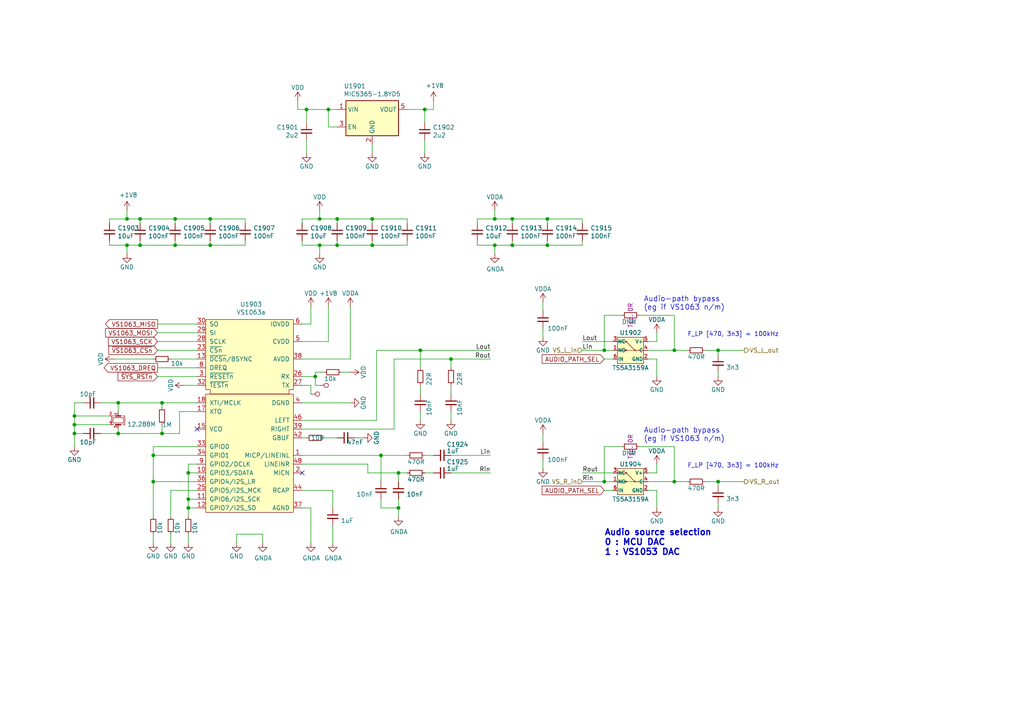
<source format=kicad_sch>
(kicad_sch (version 20211123) (generator eeschema)
  (paper "A4")
  (title_block (title "VLSI VS1063 MP3/OGG/FLAC codec") (date "2020-11-04") (rev "R0.1") (company "SolderingStationGroup : Jonny Svärd / Mathias Johansson / Magnus Thulesius"))
  (lib_symbols
    (symbol "Device:C_Small" (pin_numbers hide) (pin_names (offset 0.254) hide)
      (property "Reference" "C" (at 0.254 1.778 0))
      (property "Value" "C_Small" (at 0.254 -2.032 0))
      (symbol "C_Small_0_1"
        (polyline (pts (xy -1.524 -0.508) (xy 1.524 -0.508)) (stroke (width 0.3302)))
        (polyline (pts (xy -1.524 0.508) (xy 1.524 0.508)) (stroke (width 0.3048)))
      )
      (symbol "C_Small_1_1"
        (pin passive line (at 0 2.54 270) (length 2.032) (name "~") (number "1"))
        (pin passive line (at 0 -2.54 90) (length 2.032) (name "~") (number "2"))
      )
    )
    (symbol "customlib_mj:Crystal_ECS­122.8­18­33­JGN­TR" (pin_names (offset 1.016) hide)
      (property "Reference" "Y" (at 1.27 4.445 0))
      (property "Value" "Crystal_ECS­122.8­18­33­JGN­TR" (at 1.27 2.54 0))
      (symbol "Crystal_ECS­122.8­18­33­JGN­TR_0_1"
        (rectangle (start -0.762 -1.524) (end 0.762 1.524))
        (polyline (pts (xy -1.27 -0.762) (xy -1.27 0.762)) (stroke (width 0.381)))
        (polyline (pts (xy 1.27 -0.762) (xy 1.27 0.762)) (stroke (width 0.381)))
        (polyline (pts (xy -1.27 -1.27) (xy -1.27 -1.905) (xy 1.27 -1.905) (xy 1.27 -1.27)))
        (polyline (pts (xy -1.27 1.27) (xy -1.27 1.905) (xy 1.27 1.905) (xy 1.27 1.27)))
      )
      (symbol "Crystal_ECS­122.8­18­33­JGN­TR_1_1"
        (pin passive line (at -2.54 0 0) (length 1.27) (name "1") (number "1"))
        (pin passive line (at -1.27 -2.54 90) (length 0.635) (name "2") (number "2"))
        (pin passive line (at 2.54 0 180) (length 1.27) (name "3") (number "3"))
        (pin passive line (at 1.27 -2.54 90) (length 0.635) (name "4") (number "4"))
      )
    )
    (symbol "customlib_mj:GNDA" (power) (pin_names (offset 0))
      (property "Value" "GNDA" (at 0 -3.81 0))
      (symbol "GNDA_0_1"
        (polyline (pts (xy 0 0) (xy 0 -1.27) (xy 1.27 -1.27) (xy 0 -2.54) (xy -1.27 -1.27) (xy 0 -1.27)))
      )
      (symbol "GNDA_1_1"
        (pin power_in line (at 0 0 270) (length 0) hide (name "GNDA") (number "1"))
      )
    )
    (symbol "customlib_mj:MIC5365-1.8YD5"
      (property "Reference" "U" (at 2.54 -6.35 0))
      (property "Value" "MIC5365-1.8YD5" (at 0 6.35 0))
      (symbol "MIC5365-1.8YD5_0_1"
        (rectangle (start -7.62 -5.08) (end 7.62 5.08) (stroke (width 0.254)) (fill (type background)))
      )
      (symbol "MIC5365-1.8YD5_1_1"
        (pin power_in line (at -10.16 2.54 0) (length 2.54) (name "VIN") (number "1"))
        (pin power_in line (at 0 -7.62 90) (length 2.54) (name "GND") (number "2"))
        (pin input line (at -10.16 -2.54 0) (length 2.54) (name "EN") (number "3"))
        (pin no_connect line (at 7.62 -2.54 180) (length 2.54) hide (name "NC") (number "4"))
        (pin power_out line (at 10.16 2.54 180) (length 2.54) (name "VOUT") (number "5"))
      )
    )
    (symbol "customlib_mj:R_Small" (pin_numbers hide) (pin_names (offset 0.254) hide)
      (property "Reference" "R" (at 0.762 0.508 0))
      (property "Value" "R_Small" (at 0.762 -1.016 0))
      (symbol "R_Small_0_1"
        (rectangle (start -0.762 1.778) (end 0.762 -1.778) (stroke (width 0.2032)))
      )
      (symbol "R_Small_1_1"
        (pin passive line (at 0 2.54 270) (length 0.762) (name "~") (number "1"))
        (pin passive line (at 0 -2.54 90) (length 0.762) (name "~") (number "2"))
      )
    )
    (symbol "customlib_mj:TP" (pin_numbers hide) (pin_names (offset 0) hide)
      (property "Reference" "TP" (at 0 -1.905 0))
      (symbol "TP_0_1"
        (circle (center -0.635 0) (radius 0.635))
      )
      (symbol "TP_1_1"
        (pin passive line (at -2.54 0 0) (length 1.27) (name "~") (number "1"))
      )
    )
    (symbol "customlib_mj:TS5A3159A" (pin_names (offset 0.127))
      (property "Reference" "U" (at 0 5.08 0))
      (property "Value" "TS5A3159A" (at 0 -5.08 0))
      (symbol "TS5A3159A_0_1"
        (rectangle (start -3.81 3.81) (end 3.81 -3.81) (fill (type background)))
        (circle (center -1.27 0) (radius 0.1778))
        (circle (center -1.27 2.54) (radius 0.1778))
        (polyline (pts (xy -3.81 2.54) (xy -1.524 2.54)))
        (polyline (pts (xy -1.524 0) (xy -3.81 0)))
        (polyline (pts (xy -1.27 0) (xy -1.016 0)))
        (polyline (pts (xy -0.762 0) (xy -0.508 0)))
        (polyline (pts (xy -0.254 0) (xy 0 0)))
        (polyline (pts (xy 0.254 0) (xy 0.508 0)))
        (polyline (pts (xy 0.762 0) (xy 1.016 0)))
        (polyline (pts (xy 1.27 0) (xy -1.27 2.54)))
        (circle (center 1.27 0) (radius 0.127))
        (rectangle (start 3.81 0) (end 1.27 0))
      )
      (symbol "TS5A3159A_1_1"
        (pin passive line (at -5.08 0 0) (length 1.27) (name "NO") (number "1"))
        (pin power_in line (at 5.08 -2.54 180) (length 1.27) (name "GND") (number "2"))
        (pin passive line (at -5.08 2.54 0) (length 1.27) (name "NC") (number "3"))
        (pin passive line (at 5.08 0 180) (length 1.27) (name "C") (number "4"))
        (pin power_in line (at 5.08 2.54 180) (length 1.27) (name "V+") (number "5"))
        (pin input line (at -5.08 -2.54 0) (length 1.27) (name "IN") (number "6"))
      )
    )
    (symbol "customlib_mj:VS1063a" (pin_names (offset 1.016))
      (property "Reference" "U" (at 0 22.86 0))
      (property "Value" "VS1063a" (at 0 1.27 0))
      (symbol "VS1063a_0_1"
        (rectangle (start -12.7 0) (end 12.7 -34.29) (fill (type background)))
        (polyline (pts (xy 11.43 0) (xy -11.43 0) (xy -11.43 1.27) (xy -12.7 1.27) (xy -12.7 21.59) (xy 12.7 21.59) (xy 12.7 1.27) (xy 11.43 1.27) (xy 11.43 0)) (fill (type background)))
      )
      (symbol "VS1063a_1_1"
        (pin input line (at 15.24 -17.78 180) (length 2.54) (name "MICP/LINEINL") (number "1"))
        (pin bidirectional line (at -15.24 -22.86 0) (length 2.54) (name "GPIO3/SDATA") (number "10"))
        (pin bidirectional line (at -15.24 -30.48 0) (length 2.54) (name "GPIO6/I2S_SCK") (number "11"))
        (pin bidirectional line (at -15.24 -33.02 0) (length 2.54) (name "GPIO7/I2S_SD") (number "12"))
        (pin input line (at -15.24 10.16 0) (length 2.54) (name "~{DCSn}/BSYNC") (number "13"))
        (pin power_in line (at 15.24 20.32 180) (length 0) hide (name "IOVDD") (number "14"))
        (pin output line (at -15.24 -10.16 0) (length 2.54) (name "VCO") (number "15"))
        (pin power_in line (at 15.24 -2.54 180) (length 0) hide (name "DGND") (number "16"))
        (pin passive line (at -15.24 -5.08 0) (length 2.54) (name "XTO") (number "17"))
        (pin passive line (at -15.24 -2.54 0) (length 2.54) (name "XTI/MCLK") (number "18"))
        (pin power_in line (at 15.24 20.32 180) (length 0) hide (name "IOVDD") (number "19"))
        (pin input line (at 15.24 -22.86 180) (length 2.54) (name "MICN") (number "2"))
        (pin power_in line (at 15.24 -2.54 180) (length 0) hide (name "DGND") (number "20"))
        (pin power_in line (at 15.24 -2.54 180) (length 0) hide (name "DGND") (number "21"))
        (pin power_in line (at 15.24 -2.54 180) (length 0) hide (name "DGND") (number "22"))
        (pin input line (at -15.24 12.7 0) (length 2.54) (name "~{CSn}") (number "23"))
        (pin power_in line (at 15.24 15.24 180) (length 0) hide (name "CVDD") (number "24"))
        (pin bidirectional line (at -15.24 -27.94 0) (length 2.54) (name "GPIO5/I2S_MCK") (number "25"))
        (pin input line (at 15.24 5.08 180) (length 2.54) (name "RX") (number "26"))
        (pin output line (at 15.24 2.54 180) (length 2.54) (name "TX") (number "27"))
        (pin input line (at -15.24 15.24 0) (length 2.54) (name "SCLK") (number "28"))
        (pin input line (at -15.24 17.78 0) (length 2.54) (name "SI") (number "29"))
        (pin input line (at -15.24 5.08 0) (length 2.54) (name "~{RESETn}") (number "3"))
        (pin output line (at -15.24 20.32 0) (length 2.54) (name "SO") (number "30"))
        (pin power_in line (at 15.24 15.24 180) (length 0) hide (name "CVDD") (number "31"))
        (pin input line (at -15.24 2.54 0) (length 2.54) (name "~{TESTn}") (number "32"))
        (pin bidirectional line (at -15.24 -15.24 0) (length 2.54) (name "GPIO0") (number "33"))
        (pin bidirectional line (at -15.24 -17.78 0) (length 2.54) (name "GPIO1") (number "34"))
        (pin power_in line (at 15.24 -2.54 180) (length 0) hide (name "DGND") (number "35"))
        (pin bidirectional line (at -15.24 -25.4 0) (length 2.54) (name "GPIO4/I2S_LR") (number "36"))
        (pin power_in line (at 15.24 -33.02 180) (length 2.54) (name "AGND") (number "37"))
        (pin power_in line (at 15.24 10.16 180) (length 2.54) (name "AVDD") (number "38"))
        (pin passive line (at 15.24 -10.16 180) (length 2.54) (name "RIGHT") (number "39"))
        (pin power_in line (at 15.24 -2.54 180) (length 2.54) (name "DGND") (number "4"))
        (pin power_in line (at 15.24 -33.02 180) (length 0) hide (name "AGND") (number "40"))
        (pin power_in line (at 15.24 -33.02 180) (length 0) hide (name "AGND") (number "41"))
        (pin passive line (at 15.24 -12.7 180) (length 2.54) (name "GBUF") (number "42"))
        (pin power_in line (at 15.24 10.16 180) (length 0) hide (name "AVDD") (number "43"))
        (pin power_out line (at 15.24 -27.94 180) (length 2.54) (name "RCAP") (number "44"))
        (pin power_in line (at 15.24 10.16 180) (length 0) hide (name "AVDD") (number "45"))
        (pin passive line (at 15.24 -7.62 180) (length 2.54) (name "LEFT") (number "46"))
        (pin power_in line (at 15.24 -33.02 180) (length 0) hide (name "AGND") (number "47"))
        (pin input line (at 15.24 -20.32 180) (length 2.54) (name "LINEINR") (number "48"))
        (pin power_in line (at 15.24 15.24 180) (length 2.54) (name "CVDD") (number "5"))
        (pin power_in line (at 15.24 20.32 180) (length 2.54) (name "IOVDD") (number "6"))
        (pin power_in line (at 15.24 15.24 180) (length 0) hide (name "CVDD") (number "7"))
        (pin output line (at -15.24 7.62 0) (length 2.54) (name "DREQ") (number "8"))
        (pin bidirectional line (at -15.24 -20.32 0) (length 2.54) (name "GPIO2/DCLK") (number "9"))
      )
    )
    (symbol "power:+1V8" (power) (pin_names (offset 0))
      (property "Value" "+1V8" (at 0 3.556 0))
      (symbol "+1V8_0_1"
        (polyline (pts (xy -0.762 1.27) (xy 0 2.54)))
        (polyline (pts (xy 0 0) (xy 0 2.54)))
        (polyline (pts (xy 0 2.54) (xy 0.762 1.27)))
      )
      (symbol "+1V8_1_1"
        (pin power_in line (at 0 0 90) (length 0) hide (name "+1V8") (number "1"))
      )
    )
    (symbol "power:GND" (power) (pin_names (offset 0))
      (property "Value" "GND" (at 0 -3.81 0))
      (symbol "GND_0_1"
        (polyline (pts (xy 0 0) (xy 0 -1.27) (xy 1.27 -1.27) (xy 0 -2.54) (xy -1.27 -1.27) (xy 0 -1.27)))
      )
      (symbol "GND_1_1"
        (pin power_in line (at 0 0 270) (length 0) hide (name "GND") (number "1"))
      )
    )
    (symbol "power:VDD" (power) (pin_names (offset 0))
      (property "Value" "VDD" (at 0 3.81 0))
      (symbol "VDD_0_1"
        (polyline (pts (xy -0.762 1.27) (xy 0 2.54)))
        (polyline (pts (xy 0 0) (xy 0 2.54)))
        (polyline (pts (xy 0 2.54) (xy 0.762 1.27)))
      )
      (symbol "VDD_1_1"
        (pin power_in line (at 0 0 90) (length 0) hide (name "VDD") (number "1"))
      )
    )
    (symbol "power:VDDA" (power) (pin_names (offset 0))
      (property "Value" "VDDA" (at 0 3.81 0))
      (symbol "VDDA_0_1"
        (polyline (pts (xy -0.762 1.27) (xy 0 2.54)))
        (polyline (pts (xy 0 0) (xy 0 2.54)))
        (polyline (pts (xy 0 2.54) (xy 0.762 1.27)))
      )
      (symbol "VDDA_1_1"
        (pin power_in line (at 0 0 90) (length 0) hide (name "VDDA") (number "1"))
      )
    )
  )
  (junction (at 21.59 123.19))
  (junction (at 40.64 71.12))
  (junction (at 34.29 125.73))
  (junction (at 130.81 104.14))
  (junction (at 40.64 63.5))
  (junction (at 60.96 71.12))
  (junction (at 107.95 71.12))
  (junction (at 143.51 71.12))
  (junction (at 44.45 132.08))
  (junction (at 175.26 101.6))
  (junction (at 92.71 71.12))
  (junction (at 115.57 137.16))
  (junction (at 92.71 63.5))
  (junction (at 36.83 63.5))
  (junction (at 121.92 101.6))
  (junction (at 54.61 144.78))
  (junction (at 54.61 147.32))
  (junction (at 21.59 120.65))
  (junction (at 110.49 132.08))
  (junction (at 54.61 137.16))
  (junction (at 115.57 147.32))
  (junction (at 158.75 63.5))
  (junction (at 21.59 125.73))
  (junction (at 97.79 71.12))
  (junction (at 195.58 139.7))
  (junction (at 50.8 71.12))
  (junction (at 46.99 116.84))
  (junction (at 88.9 31.75))
  (junction (at 60.96 63.5))
  (junction (at 34.29 116.84))
  (junction (at 143.51 63.5))
  (junction (at 208.28 139.7))
  (junction (at 50.8 63.5))
  (junction (at 158.75 71.12))
  (junction (at 175.26 139.7))
  (junction (at 95.25 31.75))
  (junction (at 148.59 63.5))
  (junction (at 36.83 71.12))
  (junction (at 208.28 101.6))
  (junction (at 97.79 63.5))
  (junction (at 44.45 139.7))
  (junction (at 107.95 63.5))
  (junction (at 148.59 71.12))
  (junction (at 46.99 125.73))
  (junction (at 195.58 101.6))
  (junction (at 91.44 109.22))
  (junction (at 123.19 31.75))
  (no_connect (at 57.15 124.46))
  (no_connect (at 87.63 137.16))
  (wire (pts (xy 118.11 31.75) (xy 123.19 31.75)))
  (wire (pts (xy 121.92 106.68) (xy 121.92 101.6)))
  (wire (pts (xy 21.59 116.84) (xy 24.13 116.84)))
  (wire (pts (xy 110.49 147.32) (xy 115.57 147.32)))
  (wire (pts (xy 118.11 69.85) (xy 118.11 71.12)))
  (wire (pts (xy 121.92 114.3) (xy 121.92 111.76)))
  (wire (pts (xy 31.75 120.65) (xy 21.59 120.65)))
  (wire (pts (xy 190.5 142.24) (xy 187.96 142.24)))
  (wire (pts (xy 118.11 71.12) (xy 107.95 71.12)))
  (wire (pts (xy 86.36 31.75) (xy 88.9 31.75)))
  (wire (pts (xy 121.92 121.92) (xy 121.92 119.38)))
  (wire (pts (xy 60.96 63.5) (xy 60.96 64.77)))
  (wire (pts (xy 57.15 132.08) (xy 44.45 132.08)))
  (wire (pts (xy 115.57 137.16) (xy 106.68 137.16)))
  (wire (pts (xy 57.15 106.68) (xy 45.72 106.68)))
  (wire (pts (xy 57.15 104.14) (xy 49.53 104.14)))
  (wire (pts (xy 87.63 142.24) (xy 96.52 142.24)))
  (wire (pts (xy 68.58 154.94) (xy 76.2 154.94)))
  (wire (pts (xy 143.51 73.66) (xy 143.51 71.12)))
  (wire (pts (xy 21.59 120.65) (xy 21.59 123.19)))
  (wire (pts (xy 92.71 71.12) (xy 97.79 71.12)))
  (wire (pts (xy 110.49 139.7) (xy 110.49 132.08)))
  (wire (pts (xy 21.59 123.19) (xy 21.59 125.73)))
  (wire (pts (xy 92.71 73.66) (xy 92.71 71.12)))
  (wire (pts (xy 76.2 154.94) (xy 76.2 157.48)))
  (wire (pts (xy 46.99 116.84) (xy 57.15 116.84)))
  (wire (pts (xy 34.29 125.73) (xy 46.99 125.73)))
  (wire (pts (xy 177.8 142.24) (xy 175.26 142.24)))
  (wire (pts (xy 101.6 88.9) (xy 101.6 104.14)))
  (wire (pts (xy 54.61 157.48) (xy 54.61 154.94)))
  (wire (pts (xy 143.51 71.12) (xy 148.59 71.12)))
  (wire (pts (xy 45.72 93.98) (xy 57.15 93.98)))
  (wire (pts (xy 40.64 63.5) (xy 50.8 63.5)))
  (wire (pts (xy 157.48 133.35) (xy 157.48 135.89)))
  (wire (pts (xy 95.25 99.06) (xy 87.63 99.06)))
  (wire (pts (xy 123.19 31.75) (xy 125.73 31.75)))
  (wire (pts (xy 45.72 101.6) (xy 57.15 101.6)))
  (wire (pts (xy 123.19 40.64) (xy 123.19 44.45)))
  (wire (pts (xy 87.63 111.76) (xy 90.17 111.76)))
  (wire (pts (xy 115.57 147.32) (xy 115.57 149.86)))
  (wire (pts (xy 54.61 137.16) (xy 54.61 134.62)))
  (wire (pts (xy 71.12 69.85) (xy 71.12 71.12)))
  (wire (pts (xy 36.83 63.5) (xy 40.64 63.5)))
  (wire (pts (xy 101.6 104.14) (xy 87.63 104.14)))
  (wire (pts (xy 34.29 116.84) (xy 46.99 116.84)))
  (wire (pts (xy 44.45 129.54) (xy 44.45 132.08)))
  (wire (pts (xy 190.5 109.22) (xy 190.5 104.14)))
  (wire (pts (xy 130.81 137.16) (xy 142.24 137.16)))
  (wire (pts (xy 208.28 109.22) (xy 208.28 107.95)))
  (wire (pts (xy 130.81 121.92) (xy 130.81 119.38)))
  (wire (pts (xy 54.61 147.32) (xy 54.61 144.78)))
  (wire (pts (xy 208.28 147.32) (xy 208.28 146.05)))
  (wire (pts (xy 195.58 129.54) (xy 195.58 139.7)))
  (wire (pts (xy 87.63 71.12) (xy 92.71 71.12)))
  (wire (pts (xy 88.9 127) (xy 87.63 127)))
  (wire (pts (xy 195.58 139.7) (xy 199.39 139.7)))
  (wire (pts (xy 190.5 99.06) (xy 187.96 99.06)))
  (wire (pts (xy 168.91 137.16) (xy 177.8 137.16)))
  (wire (pts (xy 90.17 147.32) (xy 87.63 147.32)))
  (wire (pts (xy 44.45 139.7) (xy 44.45 149.86)))
  (wire (pts (xy 21.59 116.84) (xy 21.59 120.65)))
  (wire (pts (xy 68.58 157.48) (xy 68.58 154.94)))
  (wire (pts (xy 31.75 123.19) (xy 21.59 123.19)))
  (wire (pts (xy 190.5 137.16) (xy 187.96 137.16)))
  (wire (pts (xy 93.98 127) (xy 97.79 127)))
  (wire (pts (xy 60.96 69.85) (xy 60.96 71.12)))
  (wire (pts (xy 88.9 31.75) (xy 88.9 35.56)))
  (wire (pts (xy 105.41 127) (xy 102.87 127)))
  (wire (pts (xy 49.53 142.24) (xy 57.15 142.24)))
  (wire (pts (xy 36.83 73.66) (xy 36.83 71.12)))
  (wire (pts (xy 177.8 139.7) (xy 175.26 139.7)))
  (wire (pts (xy 91.44 109.22) (xy 91.44 107.95)))
  (wire (pts (xy 157.48 95.25) (xy 157.48 97.79)))
  (wire (pts (xy 177.8 101.6) (xy 175.26 101.6)))
  (wire (pts (xy 148.59 64.77) (xy 148.59 63.5)))
  (wire (pts (xy 31.75 69.85) (xy 31.75 71.12)))
  (wire (pts (xy 87.63 64.77) (xy 87.63 63.5)))
  (wire (pts (xy 123.19 31.75) (xy 123.19 35.56)))
  (wire (pts (xy 125.73 31.75) (xy 125.73 29.21)))
  (wire (pts (xy 97.79 64.77) (xy 97.79 63.5)))
  (wire (pts (xy 31.75 63.5) (xy 36.83 63.5)))
  (wire (pts (xy 92.71 60.96) (xy 92.71 63.5)))
  (wire (pts (xy 107.95 41.91) (xy 107.95 44.45)))
  (wire (pts (xy 195.58 91.44) (xy 195.58 101.6)))
  (wire (pts (xy 168.91 69.85) (xy 168.91 71.12)))
  (wire (pts (xy 168.91 99.06) (xy 177.8 99.06)))
  (wire (pts (xy 187.96 101.6) (xy 195.58 101.6)))
  (wire (pts (xy 97.79 63.5) (xy 107.95 63.5)))
  (wire (pts (xy 138.43 64.77) (xy 138.43 63.5)))
  (wire (pts (xy 31.75 64.77) (xy 31.75 63.5)))
  (wire (pts (xy 106.68 137.16) (xy 106.68 134.62)))
  (wire (pts (xy 148.59 69.85) (xy 148.59 71.12)))
  (wire (pts (xy 45.72 109.22) (xy 57.15 109.22)))
  (wire (pts (xy 114.3 104.14) (xy 130.81 104.14)))
  (wire (pts (xy 215.9 101.6) (xy 208.28 101.6)))
  (wire (pts (xy 107.95 63.5) (xy 118.11 63.5)))
  (wire (pts (xy 190.5 147.32) (xy 190.5 142.24)))
  (wire (pts (xy 40.64 71.12) (xy 50.8 71.12)))
  (wire (pts (xy 115.57 139.7) (xy 115.57 137.16)))
  (wire (pts (xy 87.63 69.85) (xy 87.63 71.12)))
  (wire (pts (xy 107.95 71.12) (xy 97.79 71.12)))
  (wire (pts (xy 50.8 63.5) (xy 60.96 63.5)))
  (wire (pts (xy 52.07 119.38) (xy 57.15 119.38)))
  (wire (pts (xy 50.8 71.12) (xy 60.96 71.12)))
  (wire (pts (xy 40.64 64.77) (xy 40.64 63.5)))
  (wire (pts (xy 109.22 101.6) (xy 121.92 101.6)))
  (wire (pts (xy 34.29 124.46) (xy 34.29 125.73)))
  (wire (pts (xy 175.26 91.44) (xy 180.34 91.44)))
  (wire (pts (xy 168.91 63.5) (xy 168.91 64.77)))
  (wire (pts (xy 130.81 106.68) (xy 130.81 104.14)))
  (wire (pts (xy 107.95 64.77) (xy 107.95 63.5)))
  (wire (pts (xy 44.45 157.48) (xy 44.45 154.94)))
  (wire (pts (xy 54.61 149.86) (xy 54.61 147.32)))
  (wire (pts (xy 57.15 147.32) (xy 54.61 147.32)))
  (wire (pts (xy 143.51 60.96) (xy 143.51 63.5)))
  (wire (pts (xy 31.75 71.12) (xy 36.83 71.12)))
  (wire (pts (xy 180.34 129.54) (xy 175.26 129.54)))
  (wire (pts (xy 130.81 114.3) (xy 130.81 111.76)))
  (wire (pts (xy 168.91 63.5) (xy 158.75 63.5)))
  (wire (pts (xy 87.63 121.92) (xy 109.22 121.92)))
  (wire (pts (xy 101.6 107.95) (xy 99.06 107.95)))
  (wire (pts (xy 44.45 129.54) (xy 57.15 129.54)))
  (wire (pts (xy 208.28 139.7) (xy 208.28 140.97)))
  (wire (pts (xy 57.15 111.76) (xy 53.34 111.76)))
  (wire (pts (xy 190.5 104.14) (xy 187.96 104.14)))
  (wire (pts (xy 199.39 101.6) (xy 195.58 101.6)))
  (wire (pts (xy 138.43 71.12) (xy 143.51 71.12)))
  (wire (pts (xy 88.9 40.64) (xy 88.9 44.45)))
  (wire (pts (xy 204.47 139.7) (xy 208.28 139.7)))
  (wire (pts (xy 52.07 125.73) (xy 52.07 119.38)))
  (wire (pts (xy 45.72 96.52) (xy 57.15 96.52)))
  (wire (pts (xy 215.9 139.7) (xy 208.28 139.7)))
  (wire (pts (xy 185.42 129.54) (xy 195.58 129.54)))
  (wire (pts (xy 110.49 144.78) (xy 110.49 147.32)))
  (wire (pts (xy 87.63 124.46) (xy 114.3 124.46)))
  (wire (pts (xy 95.25 88.9) (xy 95.25 99.06)))
  (wire (pts (xy 90.17 157.48) (xy 90.17 147.32)))
  (wire (pts (xy 208.28 101.6) (xy 208.28 102.87)))
  (wire (pts (xy 190.5 134.62) (xy 190.5 137.16)))
  (wire (pts (xy 106.68 134.62) (xy 87.63 134.62)))
  (wire (pts (xy 97.79 69.85) (xy 97.79 71.12)))
  (wire (pts (xy 44.45 132.08) (xy 44.45 139.7)))
  (wire (pts (xy 49.53 149.86) (xy 49.53 142.24)))
  (wire (pts (xy 125.73 137.16) (xy 123.19 137.16)))
  (wire (pts (xy 190.5 96.52) (xy 190.5 99.06)))
  (wire (pts (xy 88.9 31.75) (xy 95.25 31.75)))
  (wire (pts (xy 29.21 116.84) (xy 34.29 116.84)))
  (wire (pts (xy 157.48 125.73) (xy 157.48 128.27)))
  (wire (pts (xy 86.36 29.21) (xy 86.36 31.75)))
  (wire (pts (xy 34.29 116.84) (xy 34.29 119.38)))
  (wire (pts (xy 57.15 144.78) (xy 54.61 144.78)))
  (wire (pts (xy 87.63 63.5) (xy 92.71 63.5)))
  (wire (pts (xy 175.26 129.54) (xy 175.26 139.7)))
  (wire (pts (xy 158.75 63.5) (xy 148.59 63.5)))
  (wire (pts (xy 46.99 118.11) (xy 46.99 116.84)))
  (wire (pts (xy 96.52 152.4) (xy 96.52 157.48)))
  (wire (pts (xy 60.96 63.5) (xy 71.12 63.5)))
  (wire (pts (xy 60.96 71.12) (xy 71.12 71.12)))
  (wire (pts (xy 101.6 116.84) (xy 87.63 116.84)))
  (wire (pts (xy 125.73 132.08) (xy 123.19 132.08)))
  (wire (pts (xy 90.17 111.76) (xy 90.17 114.3)))
  (wire (pts (xy 175.26 139.7) (xy 168.91 139.7)))
  (wire (pts (xy 158.75 64.77) (xy 158.75 63.5)))
  (wire (pts (xy 118.11 132.08) (xy 110.49 132.08)))
  (wire (pts (xy 175.26 104.14) (xy 177.8 104.14)))
  (wire (pts (xy 97.79 36.83) (xy 95.25 36.83)))
  (wire (pts (xy 175.26 101.6) (xy 168.91 101.6)))
  (wire (pts (xy 96.52 142.24) (xy 96.52 147.32)))
  (wire (pts (xy 71.12 63.5) (xy 71.12 64.77)))
  (wire (pts (xy 187.96 139.7) (xy 195.58 139.7)))
  (wire (pts (xy 95.25 31.75) (xy 97.79 31.75)))
  (wire (pts (xy 92.71 63.5) (xy 97.79 63.5)))
  (wire (pts (xy 90.17 93.98) (xy 87.63 93.98)))
  (wire (pts (xy 49.53 157.48) (xy 49.53 154.94)))
  (wire (pts (xy 92.71 111.76) (xy 91.44 111.76)))
  (wire (pts (xy 46.99 123.19) (xy 46.99 125.73)))
  (wire (pts (xy 168.91 71.12) (xy 158.75 71.12)))
  (wire (pts (xy 36.83 60.96) (xy 36.83 63.5)))
  (wire (pts (xy 185.42 91.44) (xy 195.58 91.44)))
  (wire (pts (xy 95.25 36.83) (xy 95.25 31.75)))
  (wire (pts (xy 57.15 137.16) (xy 54.61 137.16)))
  (wire (pts (xy 90.17 88.9) (xy 90.17 93.98)))
  (wire (pts (xy 109.22 121.92) (xy 109.22 101.6)))
  (wire (pts (xy 24.13 125.73) (xy 21.59 125.73)))
  (wire (pts (xy 91.44 107.95) (xy 93.98 107.95)))
  (wire (pts (xy 50.8 69.85) (xy 50.8 71.12)))
  (wire (pts (xy 57.15 139.7) (xy 44.45 139.7)))
  (wire (pts (xy 36.83 71.12) (xy 40.64 71.12)))
  (wire (pts (xy 87.63 109.22) (xy 91.44 109.22)))
  (wire (pts (xy 40.64 69.85) (xy 40.64 71.12)))
  (wire (pts (xy 158.75 69.85) (xy 158.75 71.12)))
  (wire (pts (xy 50.8 64.77) (xy 50.8 63.5)))
  (wire (pts (xy 130.81 104.14) (xy 142.24 104.14)))
  (wire (pts (xy 29.21 125.73) (xy 34.29 125.73)))
  (wire (pts (xy 91.44 111.76) (xy 91.44 109.22)))
  (wire (pts (xy 143.51 63.5) (xy 148.59 63.5)))
  (wire (pts (xy 57.15 99.06) (xy 45.72 99.06)))
  (wire (pts (xy 204.47 101.6) (xy 208.28 101.6)))
  (wire (pts (xy 138.43 69.85) (xy 138.43 71.12)))
  (wire (pts (xy 115.57 144.78) (xy 115.57 147.32)))
  (wire (pts (xy 157.48 87.63) (xy 157.48 90.17)))
  (wire (pts (xy 114.3 124.46) (xy 114.3 104.14)))
  (wire (pts (xy 57.15 134.62) (xy 54.61 134.62)))
  (wire (pts (xy 21.59 129.54) (xy 21.59 125.73)))
  (wire (pts (xy 107.95 69.85) (xy 107.95 71.12)))
  (wire (pts (xy 118.11 63.5) (xy 118.11 64.77)))
  (wire (pts (xy 118.11 137.16) (xy 115.57 137.16)))
  (wire (pts (xy 46.99 125.73) (xy 52.07 125.73)))
  (wire (pts (xy 175.26 91.44) (xy 175.26 101.6)))
  (wire (pts (xy 130.81 132.08) (xy 142.24 132.08)))
  (wire (pts (xy 138.43 63.5) (xy 143.51 63.5)))
  (wire (pts (xy 87.63 132.08) (xy 110.49 132.08)))
  (wire (pts (xy 121.92 101.6) (xy 142.24 101.6)))
  (wire (pts (xy 54.61 137.16) (xy 54.61 144.78)))
  (wire (pts (xy 33.02 104.14) (xy 44.45 104.14)))
  (wire (pts (xy 158.75 71.12) (xy 148.59 71.12)))
  (text "F_LP [470, 3n3] = 100kHz" (at 199.39 135.89 0) (effects (font (size 1.27 1.27)) (justify left bottom)))
  (text "Audio-path bypass\n(eg if VS1063 n/m)" (at 186.69 128.27 0) (effects (font (size 1.524 1.524)) (justify left bottom)))
  (text "Audio-path bypass\n(eg if VS1063 n/m)" (at 186.69 90.17 0) (effects (font (size 1.524 1.524)) (justify left bottom)))
  (text "F_LP [470, 3n3] = 100kHz" (at 199.39 97.79 0) (effects (font (size 1.27 1.27)) (justify left bottom)))
  (text "Audio source selection\n0 : MCU DAC\n1 : VS1053 DAC" (at 175.26 161.29 0) (effects (font (size 1.778 1.778) (thickness 0.3556) bold) (justify left bottom)))
  (label "Lin" (at 168.91 101.6 0))
  (label "Rin" (at 168.91 139.7 0))
  (label "Rout" (at 168.91 137.16 0))
  (label "Lout" (at 168.91 99.06 0))
  (label "Lout" (at 142.24 101.6 180))
  (label "Lin" (at 142.24 132.08 180))
  (label "Rin" (at 142.24 137.16 180))
  (label "Rout" (at 142.24 104.14 180))
  (global_label "VS1063_SCK" (shape input) (at 45.72 99.06 180) (property "Intersheet References" "${INTERSHEET_REFS}" (effects hide)))
  (global_label "~{VS1063_CSn}" (shape input) (at 45.72 101.6 180) (property "Intersheet References" "${INTERSHEET_REFS}" (effects hide)))
  (global_label "AUDIO_PATH_SEL" (shape input) (at 175.26 142.24 180) (property "Intersheet References" "${INTERSHEET_REFS}" (effects hide)))
  (global_label "VS1063_MISO" (shape output) (at 45.72 93.98 180) (property "Intersheet References" "${INTERSHEET_REFS}" (effects hide)))
  (global_label "VS1063_MOSI" (shape input) (at 45.72 96.52 180) (property "Intersheet References" "${INTERSHEET_REFS}" (effects hide)))
  (global_label "AUDIO_PATH_SEL" (shape input) (at 175.26 104.14 180) (property "Intersheet References" "${INTERSHEET_REFS}" (effects hide)))
  (global_label "~{SYS_RSTn}" (shape input) (at 45.72 109.22 180) (property "Intersheet References" "${INTERSHEET_REFS}" (effects hide)))
  (global_label "VS1063_DREQ" (shape output) (at 45.72 106.68 180) (property "Intersheet References" "${INTERSHEET_REFS}" (effects hide)))
  (hierarchical_label "VS_L_in" (shape input) (at 168.91 101.6 180))
  (hierarchical_label "VS_R_out" (shape output) (at 215.9 139.7 0))
  (hierarchical_label "VS_L_out" (shape output) (at 215.9 101.6 0))
  (hierarchical_label "VS_R_in" (shape input) (at 168.91 139.7 180))
  (symbol (lib_id "customlib_mj:VS1063a") (at 72.39 114.3 0) (unit 1)
    (property "Reference" "U1903" (at 72.8218 88.265 0))
    (property "Value" "VS1063a" (at 72.8218 90.5764 0))
    (property "Footprint" "Package_QFP:LQFP-48_7x7mm_P0.5mm" (effects hide))
    (property "Datasheet" "http://www.vlsi.fi/fileadmin/datasheets/vs1063ds.pdf" (effects hide))
  )
  (symbol (lib_id "customlib_mj:Crystal_ECS­122.8­18­33­JGN­TR") (at 34.29 121.92 270) (unit 1)
    (property "Reference" "Y1901" (effects hide))
    (property "Value" "12.288M" (at 36.9062 123.063 90) (effects (justify left)))
    (property "Footprint" "Crystal:Crystal_SMD_SeikoEpson_TSX3225-4Pin_3.2x2.5mm" (effects hide))
    (property "Datasheet" "https://www.mouser.se/datasheet/2/122/ecx-32-1100709.pdf" (effects hide))
    (property "JLC_part" "Extended" (effects hide))
    (property "LCSC" "C70567" (effects hide))
  )
  (symbol (lib_id "power:GND") (at 21.59 129.54 0) (unit 1)
    (property "Reference" "#PWR01928" (effects hide))
    (property "Value" "GND" (at 21.59 133.35 0))
  )
  (symbol (lib_id "power:VDDA") (at 101.6 88.9 0) (unit 1)
    (property "Reference" "#PWR01915" (effects hide))
    (property "Value" "VDDA" (at 101.6 85.09 0))
  )
  (symbol (lib_id "power:VDD") (at 90.17 88.9 0) (unit 1)
    (property "Reference" "#PWR01913" (effects hide))
    (property "Value" "VDD" (at 90.17 85.09 0))
  )
  (symbol (lib_id "customlib_mj:R_Small") (at 46.99 120.65 0) (unit 1)
    (property "Reference" "R1907" (effects hide))
    (property "Value" "1M" (at 46.99 123.19 0) (effects (justify left)))
    (property "Footprint" "Resistor_SMD:R_0402_1005Metric" (effects hide))
    (property "JLC_part" "Basic" (effects hide))
    (property "LCSC" "C26083" (effects hide))
  )
  (symbol (lib_id "Device:C_Small") (at 26.67 125.73 90) (unit 1)
    (property "Reference" "C1921" (effects hide))
    (property "Value" "10pF" (at 27.94 128.27 90) (effects (justify left)))
    (property "Footprint" "Capacitor_SMD:C_0402_1005Metric" (effects hide))
    (property "JLC_part" "Basic" (effects hide))
    (property "LCSC" "C32949" (effects hide))
  )
  (symbol (lib_id "Device:C_Small") (at 26.67 116.84 90) (unit 1)
    (property "Reference" "C1918" (effects hide))
    (property "Value" "10pF" (at 27.94 114.3 90) (effects (justify left)))
    (property "Footprint" "Capacitor_SMD:C_0402_1005Metric" (effects hide))
    (property "JLC_part" "Basic" (effects hide))
    (property "LCSC" "C32949" (effects hide))
  )
  (symbol (lib_id "customlib_mj:R_Small") (at 54.61 152.4 0) (unit 1)
    (property "Reference" "R1913" (effects hide))
    (property "Value" "10k" (at 56.515 154.94 90) (effects (justify left)))
    (property "Footprint" "Resistor_SMD:R_0402_1005Metric" (effects hide))
    (property "JLC_part" "Basic" (effects hide))
    (property "LCSC" "C25744" (effects hide))
  )
  (symbol (lib_id "power:GND") (at 54.61 157.48 0) (unit 1)
    (property "Reference" "#PWR01934" (effects hide))
    (property "Value" "GND" (at 54.61 161.29 0))
  )
  (symbol (lib_id "Device:C_Small") (at 96.52 149.86 0) (unit 1)
    (property "Reference" "C1929" (effects hide))
    (property "Value" "1uF" (at 98.8568 151.003 0) (effects (justify left)))
    (property "Footprint" "Capacitor_SMD:C_0402_1005Metric" (effects hide))
    (property "JLC_part" "Basic" (effects hide))
    (property "LCSC" "C52923" (effects hide))
  )
  (symbol (lib_id "customlib_mj:GNDA") (at 96.52 157.48 0) (unit 1)
    (property "Reference" "#PWR01938" (effects hide))
    (property "Value" "GNDA" (at 96.647 161.8742 0))
  )
  (symbol (lib_id "customlib_mj:GNDA") (at 90.17 157.48 0) (unit 1)
    (property "Reference" "#PWR01937" (effects hide))
    (property "Value" "GNDA" (at 90.297 161.8742 0))
  )
  (symbol (lib_id "power:VDD") (at 33.02 104.14 90) (unit 1)
    (property "Reference" "#PWR01918" (effects hide))
    (property "Value" "VDD" (at 29.21 104.14 0))
  )
  (symbol (lib_id "power:VDD") (at 53.34 111.76 90) (unit 1)
    (property "Reference" "#PWR01922" (effects hide))
    (property "Value" "VDD" (at 49.53 111.76 0))
  )
  (symbol (lib_id "customlib_mj:R_Small") (at 96.52 107.95 270) (unit 1)
    (property "Reference" "R1904" (effects hide))
    (property "Value" "10k" (at 93.98 109.855 90) (effects (justify left)))
    (property "Footprint" "Resistor_SMD:R_0402_1005Metric" (effects hide))
    (property "JLC_part" "Basic" (effects hide))
    (property "LCSC" "C25744" (effects hide))
  )
  (symbol (lib_id "power:VDD") (at 101.6 107.95 270) (unit 1)
    (property "Reference" "#PWR01919" (effects hide))
    (property "Value" "VDD" (at 105.41 107.95 0))
  )
  (symbol (lib_id "customlib_mj:TP") (at 92.71 114.3 0) (unit 1)
    (property "Reference" "TP1902" (effects hide))
    (property "Value" "TP" (effects hide))
    (property "Footprint" "customlib_mj_fp:TP_SMD_1.2c" (effects hide))
  )
  (symbol (lib_id "customlib_mj:TP") (at 95.25 111.76 0) (unit 1)
    (property "Reference" "TP1901" (effects hide))
    (property "Value" "TP" (effects hide))
    (property "Footprint" "customlib_mj_fp:TP_SMD_1.2c" (effects hide))
  )
  (symbol (lib_id "power:GND") (at 101.6 116.84 90) (unit 1)
    (property "Reference" "#PWR01923" (effects hide))
    (property "Value" "GND" (at 105.41 116.84 0))
  )
  (symbol (lib_id "Device:C_Small") (at 87.63 67.31 0) (unit 1)
    (property "Reference" "C1908" (at 89.9668 66.1416 0) (effects (justify left)))
    (property "Value" "10uF" (at 89.9668 68.453 0) (effects (justify left)))
    (property "Footprint" "Capacitor_SMD:C_0402_1005Metric" (effects hide))
    (property "JLC_part" "Basic" (effects hide))
    (property "LCSC" "C15525" (effects hide))
  )
  (symbol (lib_id "Device:C_Small") (at 97.79 67.31 0) (unit 1)
    (property "Reference" "C1909" (at 100.1268 66.1416 0) (effects (justify left)))
    (property "Value" "100nF" (at 100.1268 68.453 0) (effects (justify left)))
    (property "Footprint" "Capacitor_SMD:C_0402_1005Metric" (effects hide))
    (property "JLC_part" "Basic" (effects hide))
    (property "LCSC" "C1525" (effects hide))
  )
  (symbol (lib_id "Device:C_Small") (at 107.95 67.31 0) (unit 1)
    (property "Reference" "C1910" (at 110.2868 66.1416 0) (effects (justify left)))
    (property "Value" "100nF" (at 110.2868 68.453 0) (effects (justify left)))
    (property "Footprint" "Capacitor_SMD:C_0402_1005Metric" (effects hide))
    (property "JLC_part" "Basic" (effects hide))
    (property "LCSC" "C1525" (effects hide))
  )
  (symbol (lib_id "Device:C_Small") (at 118.11 67.31 0) (unit 1)
    (property "Reference" "C1911" (at 120.4468 66.1416 0) (effects (justify left)))
    (property "Value" "100nF" (at 120.4468 68.453 0) (effects (justify left)))
    (property "Footprint" "Capacitor_SMD:C_0402_1005Metric" (effects hide))
    (property "JLC_part" "Basic" (effects hide))
    (property "LCSC" "C1525" (effects hide))
  )
  (symbol (lib_id "power:VDD") (at 92.71 60.96 0) (unit 1)
    (property "Reference" "#PWR01907" (effects hide))
    (property "Value" "VDD" (at 92.71 57.15 0))
  )
  (symbol (lib_id "power:GND") (at 92.71 73.66 0) (unit 1)
    (property "Reference" "#PWR01910" (effects hide))
    (property "Value" "GND" (at 92.71 77.47 0))
  )
  (symbol (lib_id "power:VDDA") (at 143.51 60.96 0) (unit 1)
    (property "Reference" "#PWR01908" (effects hide))
    (property "Value" "VDDA" (at 143.51 57.15 0))
  )
  (symbol (lib_id "customlib_mj:GNDA") (at 143.51 73.66 0) (unit 1)
    (property "Reference" "#PWR01911" (effects hide))
    (property "Value" "GNDA" (at 143.637 78.0542 0))
  )
  (symbol (lib_id "Device:C_Small") (at 138.43 67.31 0) (unit 1)
    (property "Reference" "C1912" (at 140.7668 66.1416 0) (effects (justify left)))
    (property "Value" "10uF" (at 140.7668 68.453 0) (effects (justify left)))
    (property "Footprint" "Capacitor_SMD:C_0402_1005Metric" (effects hide))
    (property "JLC_part" "Basic" (effects hide))
    (property "LCSC" "C15525" (effects hide))
  )
  (symbol (lib_id "Device:C_Small") (at 148.59 67.31 0) (unit 1)
    (property "Reference" "C1913" (at 150.9268 66.1416 0) (effects (justify left)))
    (property "Value" "100nF" (at 150.9268 68.453 0) (effects (justify left)))
    (property "Footprint" "Capacitor_SMD:C_0402_1005Metric" (effects hide))
    (property "JLC_part" "Basic" (effects hide))
    (property "LCSC" "C1525" (effects hide))
  )
  (symbol (lib_id "Device:C_Small") (at 158.75 67.31 0) (unit 1)
    (property "Reference" "C1914" (at 161.0868 66.1416 0) (effects (justify left)))
    (property "Value" "100nF" (at 161.0868 68.453 0) (effects (justify left)))
    (property "Footprint" "Capacitor_SMD:C_0402_1005Metric" (effects hide))
    (property "JLC_part" "Basic" (effects hide))
    (property "LCSC" "C1525" (effects hide))
  )
  (symbol (lib_id "Device:C_Small") (at 168.91 67.31 0) (unit 1)
    (property "Reference" "C1915" (at 171.2468 66.1416 0) (effects (justify left)))
    (property "Value" "100nF" (at 171.2468 68.453 0) (effects (justify left)))
    (property "Footprint" "Capacitor_SMD:C_0402_1005Metric" (effects hide))
    (property "JLC_part" "Basic" (effects hide))
    (property "LCSC" "C1525" (effects hide))
  )
  (symbol (lib_id "power:+1V8") (at 36.83 60.96 0) (unit 1)
    (property "Reference" "#PWR01906" (effects hide))
    (property "Value" "+1V8" (at 37.211 56.5658 0))
  )
  (symbol (lib_id "power:GND") (at 36.83 73.66 0) (unit 1)
    (property "Reference" "#PWR01909" (effects hide))
    (property "Value" "GND" (at 36.83 77.47 0))
  )
  (symbol (lib_id "Device:C_Small") (at 31.75 67.31 0) (unit 1)
    (property "Reference" "C1903" (at 34.0868 66.1416 0) (effects (justify left)))
    (property "Value" "10uF" (at 34.0868 68.453 0) (effects (justify left)))
    (property "Footprint" "Capacitor_SMD:C_0402_1005Metric" (effects hide))
    (property "JLC_part" "Basic" (effects hide))
    (property "LCSC" "C15525" (effects hide))
  )
  (symbol (lib_id "Device:C_Small") (at 40.64 67.31 0) (unit 1)
    (property "Reference" "C1904" (at 42.9768 66.1416 0) (effects (justify left)))
    (property "Value" "100nF" (at 42.9768 68.453 0) (effects (justify left)))
    (property "Footprint" "Capacitor_SMD:C_0402_1005Metric" (effects hide))
    (property "JLC_part" "Basic" (effects hide))
    (property "LCSC" "C1525" (effects hide))
  )
  (symbol (lib_id "Device:C_Small") (at 50.8 67.31 0) (unit 1)
    (property "Reference" "C1905" (at 53.1368 66.1416 0) (effects (justify left)))
    (property "Value" "100nF" (at 53.1368 68.453 0) (effects (justify left)))
    (property "Footprint" "Capacitor_SMD:C_0402_1005Metric" (effects hide))
    (property "JLC_part" "Basic" (effects hide))
    (property "LCSC" "C1525" (effects hide))
  )
  (symbol (lib_id "Device:C_Small") (at 60.96 67.31 0) (unit 1)
    (property "Reference" "C1906" (at 63.2968 66.1416 0) (effects (justify left)))
    (property "Value" "100nF" (at 63.2968 68.453 0) (effects (justify left)))
    (property "Footprint" "Capacitor_SMD:C_0402_1005Metric" (effects hide))
    (property "JLC_part" "Basic" (effects hide))
    (property "LCSC" "C1525" (effects hide))
  )
  (symbol (lib_id "Device:C_Small") (at 71.12 67.31 0) (unit 1)
    (property "Reference" "C1907" (at 73.4568 66.1416 0) (effects (justify left)))
    (property "Value" "100nF" (at 73.4568 68.453 0) (effects (justify left)))
    (property "Footprint" "Capacitor_SMD:C_0402_1005Metric" (effects hide))
    (property "JLC_part" "Basic" (effects hide))
    (property "LCSC" "C1525" (effects hide))
  )
  (symbol (lib_id "power:+1V8") (at 95.25 88.9 0) (unit 1)
    (property "Reference" "#PWR01914" (effects hide))
    (property "Value" "+1V8" (at 95.25 85.09 0))
  )
  (symbol (lib_id "power:GND") (at 68.58 157.48 0) (unit 1)
    (property "Reference" "#PWR01935" (effects hide))
    (property "Value" "GND" (at 68.58 161.29 0))
  )
  (symbol (lib_id "customlib_mj:GNDA") (at 76.2 157.48 0) (unit 1)
    (property "Reference" "#PWR01936" (effects hide))
    (property "Value" "GNDA" (at 76.327 161.8742 0))
  )
  (symbol (lib_id "Device:C_Small") (at 128.27 132.08 270) (unit 1)
    (property "Reference" "C1924" (at 129.54 128.905 90) (effects (justify left)))
    (property "Value" "1uF" (at 129.54 130.81 90) (effects (justify left)))
    (property "Footprint" "Capacitor_SMD:C_1206_3216Metric" (effects hide))
    (property "JLC_part" "Basic" (effects hide))
    (property "LCSC" "C1848" (effects hide))
  )
  (symbol (lib_id "Device:C_Small") (at 128.27 137.16 270) (unit 1)
    (property "Reference" "C1925" (at 129.54 133.985 90) (effects (justify left)))
    (property "Value" "1uF" (at 129.54 135.89 90) (effects (justify left)))
    (property "Footprint" "Capacitor_SMD:C_1206_3216Metric" (effects hide))
    (property "JLC_part" "Basic" (effects hide))
    (property "LCSC" "C1848" (effects hide))
  )
  (symbol (lib_id "customlib_mj:R_Small") (at 91.44 127 270) (unit 1)
    (property "Reference" "R1908" (effects hide))
    (property "Value" "10R" (at 90.17 127 90) (effects (justify left)))
    (property "Footprint" "Resistor_SMD:R_0402_1005Metric" (effects hide))
    (property "JLC_part" "Basic" (effects hide))
    (property "LCSC" "C25077" (effects hide))
  )
  (symbol (lib_id "customlib_mj:R_Small") (at 120.65 137.16 270) (unit 1)
    (property "Reference" "R1911" (effects hide))
    (property "Value" "470R" (at 118.11 139.065 90) (effects (justify left)))
    (property "Footprint" "Resistor_SMD:R_0402_1005Metric" (effects hide))
    (property "JLC_part" "Basic" (effects hide))
    (property "LCSC" "C25117" (effects hide))
  )
  (symbol (lib_id "Device:C_Small") (at 110.49 142.24 0) (mirror x) (unit 1)
    (property "Reference" "C1926" (effects hide))
    (property "Value" "10nF" (at 103.378 143.383 0) (effects (justify left)))
    (property "Footprint" "Capacitor_SMD:C_0402_1005Metric" (effects hide))
    (property "JLC_part" "Basic" (effects hide))
    (property "LCSC" "C15195" (effects hide))
  )
  (symbol (lib_id "Device:C_Small") (at 115.57 142.24 0) (unit 1)
    (property "Reference" "C1927" (effects hide))
    (property "Value" "10nF" (at 117.9068 143.383 0) (effects (justify left)))
    (property "Footprint" "Capacitor_SMD:C_0402_1005Metric" (effects hide))
    (property "JLC_part" "Basic" (effects hide))
    (property "LCSC" "C15195" (effects hide))
  )
  (symbol (lib_id "customlib_mj:GNDA") (at 115.57 149.86 0) (unit 1)
    (property "Reference" "#PWR01933" (effects hide))
    (property "Value" "GNDA" (at 115.697 154.2542 0))
  )
  (symbol (lib_id "customlib_mj:R_Small") (at 120.65 132.08 270) (unit 1)
    (property "Reference" "R1910" (effects hide))
    (property "Value" "470R" (at 118.11 133.985 90) (effects (justify left)))
    (property "Footprint" "Resistor_SMD:R_0402_1005Metric" (effects hide))
    (property "JLC_part" "Basic" (effects hide))
    (property "LCSC" "C25117" (effects hide))
  )
  (symbol (lib_id "power:GND") (at 105.41 127 90) (unit 1)
    (property "Reference" "#PWR01927" (effects hide))
    (property "Value" "GND" (at 109.22 127 0))
  )
  (symbol (lib_id "customlib_mj:MIC5365-1.8YD5") (at 107.95 34.29 0) (unit 1)
    (property "Reference" "U1901" (at 99.7204 24.9682 0) (effects (justify left)))
    (property "Value" "MIC5365-1.8YD5" (at 107.95 27.2796 0))
    (property "Footprint" "Package_TO_SOT_SMD:SOT-23-5" (effects hide))
    (property "Datasheet" "http://ww1.microchip.com/downloads/en/DeviceDoc/mic5365.pdf" (effects hide))
  )
  (symbol (lib_id "customlib_mj:R_Small") (at 130.81 109.22 180) (unit 1)
    (property "Reference" "R1906" (effects hide))
    (property "Value" "22R" (at 133.35 107.95 90) (effects (justify left)))
    (property "Footprint" "Resistor_SMD:R_0402_1005Metric" (effects hide))
    (property "JLC_part" "Basic" (effects hide))
    (property "LCSC" "C25092" (effects hide))
  )
  (symbol (lib_id "Device:C_Small") (at 100.33 127 90) (mirror x) (unit 1)
    (property "Reference" "C1922" (effects hide))
    (property "Value" "47nF" (at 105.41 128.27 90) (effects (justify left)))
    (property "Footprint" "Capacitor_SMD:C_0603_1608Metric" (effects hide))
    (property "JLC_part" "Basic" (effects hide))
    (property "LCSC" "C1622" (effects hide))
  )
  (symbol (lib_id "customlib_mj:R_Small") (at 121.92 109.22 180) (unit 1)
    (property "Reference" "R1905" (effects hide))
    (property "Value" "22R" (at 124.46 107.95 90) (effects (justify left)))
    (property "Footprint" "Resistor_SMD:R_0402_1005Metric" (effects hide))
    (property "JLC_part" "Basic" (effects hide))
    (property "LCSC" "C25092" (effects hide))
  )
  (symbol (lib_id "Device:C_Small") (at 130.81 116.84 0) (mirror y) (unit 1)
    (property "Reference" "C1920" (effects hide))
    (property "Value" "10nF" (at 133.35 120.65 90) (effects (justify left)))
    (property "Footprint" "Capacitor_SMD:C_0402_1005Metric" (effects hide))
    (property "JLC_part" "Basic" (effects hide))
    (property "LCSC" "C15195" (effects hide))
  )
  (symbol (lib_id "Device:C_Small") (at 121.92 116.84 0) (mirror y) (unit 1)
    (property "Reference" "C1919" (effects hide))
    (property "Value" "10nF" (at 124.46 120.65 90) (effects (justify left)))
    (property "Footprint" "Capacitor_SMD:C_0402_1005Metric" (effects hide))
    (property "JLC_part" "Basic" (effects hide))
    (property "LCSC" "C15195" (effects hide))
  )
  (symbol (lib_id "power:GND") (at 121.92 121.92 0) (unit 1)
    (property "Reference" "#PWR01924" (effects hide))
    (property "Value" "GND" (at 121.92 125.73 0))
  )
  (symbol (lib_id "power:GND") (at 130.81 121.92 0) (unit 1)
    (property "Reference" "#PWR01925" (effects hide))
    (property "Value" "GND" (at 130.81 125.73 0))
  )
  (symbol (lib_id "Device:C_Small") (at 88.9 38.1 0) (mirror y) (unit 1)
    (property "Reference" "C1901" (at 86.5632 36.9316 0) (effects (justify left)))
    (property "Value" "2u2" (at 86.5632 39.243 0) (effects (justify left)))
    (property "Footprint" "Capacitor_SMD:C_0603_1608Metric" (effects hide))
    (property "JLC_part" "Basic" (effects hide))
    (property "LCSC" "C23630" (effects hide))
  )
  (symbol (lib_id "Device:C_Small") (at 123.19 38.1 0) (unit 1)
    (property "Reference" "C1902" (at 125.5268 36.9316 0) (effects (justify left)))
    (property "Value" "2u2" (at 125.5268 39.243 0) (effects (justify left)))
    (property "Footprint" "Capacitor_SMD:C_0603_1608Metric" (effects hide))
    (property "JLC_part" "Basic" (effects hide))
    (property "LCSC" "C23630" (effects hide))
  )
  (symbol (lib_id "power:GND") (at 88.9 44.45 0) (unit 1)
    (property "Reference" "#PWR01903" (effects hide))
    (property "Value" "GND" (at 88.9 48.26 0))
  )
  (symbol (lib_id "power:GND") (at 107.95 44.45 0) (unit 1)
    (property "Reference" "#PWR01904" (effects hide))
    (property "Value" "GND" (at 107.95 48.26 0))
  )
  (symbol (lib_id "power:GND") (at 123.19 44.45 0) (unit 1)
    (property "Reference" "#PWR01905" (effects hide))
    (property "Value" "GND" (at 123.19 48.26 0))
  )
  (symbol (lib_id "power:+1V8") (at 125.73 29.21 0) (unit 1)
    (property "Reference" "#PWR01902" (effects hide))
    (property "Value" "+1V8" (at 126.111 24.8158 0))
  )
  (symbol (lib_id "power:VDD") (at 86.36 29.21 0) (unit 1)
    (property "Reference" "#PWR01901" (effects hide))
    (property "Value" "VDD" (at 86.36 25.4 0))
  )
  (symbol (lib_id "customlib_mj:R_Small") (at 49.53 152.4 0) (unit 1)
    (property "Reference" "R1915" (effects hide))
    (property "Value" "10k" (at 51.435 154.94 90) (effects (justify left)))
    (property "Footprint" "Resistor_SMD:R_0402_1005Metric" (effects hide))
    (property "JLC_part" "Basic" (effects hide))
    (property "LCSC" "C25744" (effects hide))
  )
  (symbol (lib_id "customlib_mj:R_Small") (at 44.45 152.4 0) (unit 1)
    (property "Reference" "R1914" (effects hide))
    (property "Value" "10k" (at 46.355 154.94 90) (effects (justify left)))
    (property "Footprint" "Resistor_SMD:R_0402_1005Metric" (effects hide))
    (property "JLC_part" "Basic" (effects hide))
    (property "LCSC" "C25744" (effects hide))
  )
  (symbol (lib_id "power:GND") (at 49.53 157.48 0) (unit 1)
    (property "Reference" "#PWR01940" (effects hide))
    (property "Value" "GND" (at 49.53 161.29 0))
  )
  (symbol (lib_id "power:GND") (at 44.45 157.48 0) (unit 1)
    (property "Reference" "#PWR01939" (effects hide))
    (property "Value" "GND" (at 44.45 161.29 0))
  )
  (symbol (lib_id "power:GND") (at 157.48 135.89 0) (unit 1)
    (property "Reference" "#PWR01930" (effects hide))
    (property "Value" "GND" (at 157.48 139.7 0))
  )
  (symbol (lib_id "power:GND") (at 157.48 97.79 0) (unit 1)
    (property "Reference" "#PWR01917" (effects hide))
    (property "Value" "GND" (at 157.48 101.6 0))
  )
  (symbol (lib_id "Device:C_Small") (at 157.48 130.81 0) (unit 1)
    (property "Reference" "C1923" (effects hide))
    (property "Value" "100nF" (at 158.75 133.35 0) (effects (justify left)))
    (property "Footprint" "Capacitor_SMD:C_0402_1005Metric" (effects hide))
    (property "JLC_part" "Basic" (effects hide))
    (property "LCSC" "C1525" (effects hide))
  )
  (symbol (lib_id "Device:C_Small") (at 157.48 92.71 0) (unit 1)
    (property "Reference" "C1916" (effects hide))
    (property "Value" "100nF" (at 158.75 95.25 0) (effects (justify left)))
    (property "Footprint" "Capacitor_SMD:C_0402_1005Metric" (effects hide))
    (property "JLC_part" "Basic" (effects hide))
    (property "LCSC" "C1525" (effects hide))
  )
  (symbol (lib_id "customlib_mj:R_Small") (at 182.88 91.44 270) (unit 1)
    (property "Reference" "R1901" (effects hide))
    (property "Value" "DNM" (at 180.34 93.345 90) (effects (justify left)))
    (property "Footprint" "Resistor_SMD:R_0402_1005Metric" (effects hide))
    (property "Datasheet" "Typ. 0R" (at 182.88 91.44 0))
  )
  (symbol (lib_id "customlib_mj:R_Small") (at 182.88 129.54 270) (unit 1)
    (property "Reference" "R1909" (effects hide))
    (property "Value" "DNM" (at 180.34 131.445 90) (effects (justify left)))
    (property "Footprint" "Resistor_SMD:R_0402_1005Metric" (effects hide))
    (property "Datasheet" "Typ. 0R" (at 182.88 129.54 0))
  )
  (symbol (lib_id "customlib_mj:TS5A3159A") (at 182.88 101.6 0) (unit 1)
    (property "Reference" "U1902" (at 182.88 96.52 0))
    (property "Value" "TS5A3159A" (at 182.88 106.68 0))
    (property "Footprint" "Package_TO_SOT_SMD:SOT-23-6" (effects hide))
    (property "Datasheet" "https://www.ti.com/product/TS5A3159A" (effects hide))
    (property "JLC_part" "Extended" (effects hide))
    (property "LCSC" "C128405" (effects hide))
  )
  (symbol (lib_id "customlib_mj:TS5A3159A") (at 182.88 139.7 0) (unit 1)
    (property "Reference" "U1904" (at 182.88 134.62 0))
    (property "Value" "TS5A3159A" (at 182.88 144.78 0))
    (property "Footprint" "Package_TO_SOT_SMD:SOT-23-6" (effects hide))
    (property "Datasheet" "https://www.ti.com/product/TS5A3159A" (effects hide))
    (property "JLC_part" "Extended" (effects hide))
    (property "LCSC" "C128405" (effects hide))
  )
  (symbol (lib_id "power:GND") (at 190.5 109.22 0) (unit 1)
    (property "Reference" "#PWR01920" (effects hide))
    (property "Value" "GND" (at 190.5 113.03 0))
  )
  (symbol (lib_id "power:VDDA") (at 190.5 96.52 0) (unit 1)
    (property "Reference" "#PWR01916" (effects hide))
    (property "Value" "VDDA" (at 190.5 92.71 0))
  )
  (symbol (lib_id "power:VDDA") (at 190.5 134.62 0) (unit 1)
    (property "Reference" "#PWR01929" (effects hide))
    (property "Value" "VDDA" (at 190.5 130.81 0))
  )
  (symbol (lib_id "power:GND") (at 190.5 147.32 0) (unit 1)
    (property "Reference" "#PWR01931" (effects hide))
    (property "Value" "GND" (at 190.5 151.13 0))
  )
  (symbol (lib_id "power:VDDA") (at 157.48 87.63 0) (unit 1)
    (property "Reference" "#PWR01912" (effects hide))
    (property "Value" "VDDA" (at 157.48 83.82 0))
  )
  (symbol (lib_id "power:VDDA") (at 157.48 125.73 0) (unit 1)
    (property "Reference" "#PWR01926" (effects hide))
    (property "Value" "VDDA" (at 157.48 121.92 0))
  )
  (symbol (lib_id "customlib_mj:R_Small") (at 201.93 101.6 270) (unit 1)
    (property "Reference" "R1902" (effects hide))
    (property "Value" "470R" (at 199.39 103.505 90) (effects (justify left)))
    (property "Footprint" "Resistor_SMD:R_0402_1005Metric" (effects hide))
    (property "JLC_part" "Basic" (effects hide))
    (property "LCSC" "C25117" (effects hide))
  )
  (symbol (lib_id "customlib_mj:R_Small") (at 201.93 139.7 270) (unit 1)
    (property "Reference" "R1912" (effects hide))
    (property "Value" "470R" (at 199.39 141.605 90) (effects (justify left)))
    (property "Footprint" "Resistor_SMD:R_0402_1005Metric" (effects hide))
    (property "JLC_part" "Basic" (effects hide))
    (property "LCSC" "C25117" (effects hide))
  )
  (symbol (lib_id "Device:C_Small") (at 208.28 105.41 0) (unit 1)
    (property "Reference" "C1917" (effects hide))
    (property "Value" "3n3" (at 210.6168 106.553 0) (effects (justify left)))
    (property "Footprint" "Capacitor_SMD:C_0402_1005Metric" (effects hide))
    (property "JLC_part" "Basic" (effects hide))
    (property "LCSC" "C26404" (effects hide))
  )
  (symbol (lib_id "Device:C_Small") (at 208.28 143.51 0) (unit 1)
    (property "Reference" "C1928" (effects hide))
    (property "Value" "3n3" (at 210.6168 144.653 0) (effects (justify left)))
    (property "Footprint" "Capacitor_SMD:C_0402_1005Metric" (effects hide))
    (property "JLC_part" "Basic" (effects hide))
    (property "LCSC" "C26404" (effects hide))
  )
  (symbol (lib_id "power:GND") (at 208.28 147.32 0) (unit 1)
    (property "Reference" "#PWR01932" (effects hide))
    (property "Value" "GND" (at 208.28 151.13 0))
  )
  (symbol (lib_id "power:GND") (at 208.28 109.22 0) (unit 1)
    (property "Reference" "#PWR01921" (effects hide))
    (property "Value" "GND" (at 208.28 113.03 0))
  )
  (symbol (lib_id "customlib_mj:R_Small") (at 46.99 104.14 270) (unit 1)
    (property "Reference" "R1903" (effects hide))
    (property "Value" "10k" (at 49.53 105.41 90) (effects (justify left)))
    (property "Footprint" "Resistor_SMD:R_0402_1005Metric" (effects hide))
    (property "JLC_part" "Basic" (effects hide))
    (property "LCSC" "C25744" (effects hide))
  )
)
</source>
